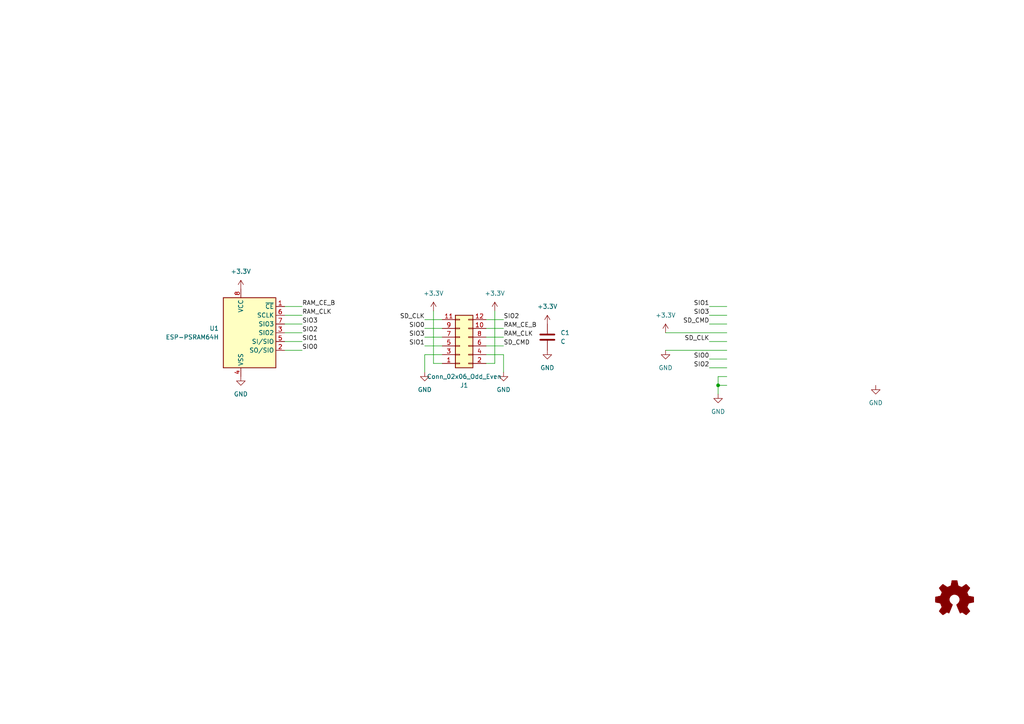
<source format=kicad_sch>
(kicad_sch (version 20231120) (generator "eeschema") (generator_version "8.0")
  (paper "A4")
  (title_block (title "PMOD - PSRAM-SDCARD") (date "2024-02-20") (rev "01"))
  (lib_symbols
    (symbol "Connector_Generic:Conn_02x06_Odd_Even" (pin_names (offset 1.016) hide)
      (property "Reference" "J" (at 1.27 7.62 0))
      (property "Value" "Conn_02x06_Odd_Even" (at 1.27 -10.16 0))
      (symbol "Conn_02x06_Odd_Even_1_1"
        (rectangle (start -1.27 -7.493) (end 0 -7.747) (stroke (width 0.1524)))
        (rectangle (start -1.27 -4.953) (end 0 -5.207) (stroke (width 0.1524)))
        (rectangle (start -1.27 -2.413) (end 0 -2.667) (stroke (width 0.1524)))
        (rectangle (start -1.27 0.127) (end 0 -0.127) (stroke (width 0.1524)))
        (rectangle (start -1.27 2.667) (end 0 2.413) (stroke (width 0.1524)))
        (rectangle (start -1.27 5.207) (end 0 4.953) (stroke (width 0.1524)))
        (rectangle (start -1.27 6.35) (end 3.81 -8.89) (stroke (width 0.254)) (fill (type background)))
        (rectangle (start 3.81 -7.493) (end 2.54 -7.747) (stroke (width 0.1524)))
        (rectangle (start 3.81 -4.953) (end 2.54 -5.207) (stroke (width 0.1524)))
        (rectangle (start 3.81 -2.413) (end 2.54 -2.667) (stroke (width 0.1524)))
        (rectangle (start 3.81 0.127) (end 2.54 -0.127) (stroke (width 0.1524)))
        (rectangle (start 3.81 2.667) (end 2.54 2.413) (stroke (width 0.1524)))
        (rectangle (start 3.81 5.207) (end 2.54 4.953) (stroke (width 0.1524)))
        (pin passive line (at -5.08 5.08 0) (length 3.81) (name "Pin_1") (number "1"))
        (pin passive line (at 7.62 -5.08 180) (length 3.81) (name "Pin_10") (number "10"))
        (pin passive line (at -5.08 -7.62 0) (length 3.81) (name "Pin_11") (number "11"))
        (pin passive line (at 7.62 -7.62 180) (length 3.81) (name "Pin_12") (number "12"))
        (pin passive line (at 7.62 5.08 180) (length 3.81) (name "Pin_2") (number "2"))
        (pin passive line (at -5.08 2.54 0) (length 3.81) (name "Pin_3") (number "3"))
        (pin passive line (at 7.62 2.54 180) (length 3.81) (name "Pin_4") (number "4"))
        (pin passive line (at -5.08 0 0) (length 3.81) (name "Pin_5") (number "5"))
        (pin passive line (at 7.62 0 180) (length 3.81) (name "Pin_6") (number "6"))
        (pin passive line (at -5.08 -2.54 0) (length 3.81) (name "Pin_7") (number "7"))
        (pin passive line (at 7.62 -2.54 180) (length 3.81) (name "Pin_8") (number "8"))
        (pin passive line (at -5.08 -5.08 0) (length 3.81) (name "Pin_9") (number "9"))
      )
    )
    (symbol "Device:C" (pin_numbers hide) (pin_names (offset 0.254))
      (property "Reference" "C" (at 0.635 2.54 0))
      (property "Value" "C" (at 0.635 -2.54 0))
      (symbol "C_0_1"
        (polyline (pts (xy -2.032 -0.762) (xy 2.032 -0.762)) (stroke (width 0.508)))
        (polyline (pts (xy -2.032 0.762) (xy 2.032 0.762)) (stroke (width 0.508)))
      )
      (symbol "C_1_1"
        (pin passive line (at 0 3.81 270) (length 2.794) (name "~") (number "1"))
        (pin passive line (at 0 -3.81 90) (length 2.794) (name "~") (number "2"))
      )
    )
    (symbol "Graphic:Logo_Open_Hardware_Small" (in_bom no) (on_board no)
      (symbol "Logo_Open_Hardware_Small_0_1"
        (polyline (pts (xy 3.3528 -4.3434) (xy 3.302 -4.318) (xy 3.175 -4.2418) (xy 2.9972 -4.1148) (xy 2.7686 -3.9624) (xy 2.54 -3.81) (xy 2.3622 -3.7084) (xy 2.2352 -3.6068) (xy 2.1844 -3.5814) (xy 2.159 -3.6068) (xy 2.0574 -3.6576) (xy 1.905 -3.7338) (xy 1.8034 -3.7846) (xy 1.6764 -3.8354) (xy 1.6002 -3.8354) (xy 1.6002 -3.8354) (xy 1.5494 -3.7338) (xy 1.4732 -3.5306) (xy 1.3462 -3.302) (xy 1.2446 -3.0226) (xy 1.1176 -2.7178) (xy 0.9652 -2.413) (xy 0.8636 -2.1082) (xy 0.7366 -1.8288) (xy 0.6604 -1.6256) (xy 0.6096 -1.4732) (xy 0.5842 -1.397) (xy 0.5842 -1.397) (xy 0.6604 -1.3208) (xy 0.7874 -1.2446) (xy 1.0414 -1.016) (xy 1.2954 -0.6858) (xy 1.4478 -0.3302) (xy 1.524 0.0762) (xy 1.4732 0.4572) (xy 1.3208 0.8128) (xy 1.0668 1.143) (xy 0.762 1.3716) (xy 0.4064 1.524) (xy 0 1.5748) (xy -0.381 1.5494) (xy -0.7366 1.397) (xy -1.0668 1.143) (xy -1.2192 0.9906) (xy -1.397 0.6604) (xy -1.524 0.3048) (xy -1.524 0.2286) (xy -1.4986 -0.1778) (xy -1.397 -0.5334) (xy -1.1938 -0.8636) (xy -0.9144 -1.143) (xy -0.8636 -1.1684) (xy -0.7366 -1.27) (xy -0.635 -1.3462) (xy -0.5842 -1.397) (xy -1.0668 -2.5908) (xy -1.143 -2.794) (xy -1.2954 -3.1242) (xy -1.397 -3.4036) (xy -1.4986 -3.6322) (xy -1.5748 -3.7846) (xy -1.6002 -3.8354) (xy -1.6002 -3.8354) (xy -1.651 -3.8354) (xy -1.7272 -3.81) (xy -1.905 -3.7338) (xy -2.0066 -3.683) (xy -2.1336 -3.6068) (xy -2.2098 -3.5814) (xy -2.2606 -3.6068) (xy -2.3622 -3.683) (xy -2.54 -3.81) (xy -2.7686 -3.9624) (xy -2.9718 -4.0894) (xy -3.1496 -4.2164) (xy -3.302 -4.318) (xy -3.3528 -4.3434) (xy -3.3782 -4.3434) (xy -3.429 -4.318) (xy -3.5306 -4.2164) (xy -3.7084 -4.064) (xy -3.937 -3.8354) (xy -3.9624 -3.81) (xy -4.1656 -3.6068) (xy -4.318 -3.4544) (xy -4.4196 -3.3274) (xy -4.445 -3.2766) (xy -4.445 -3.2766) (xy -4.4196 -3.2258) (xy -4.318 -3.0734) (xy -4.2164 -2.8956) (xy -4.064 -2.667) (xy -3.6576 -2.0828) (xy -3.8862 -1.5494) (xy -3.937 -1.3716) (xy -4.0386 -1.1684) (xy -4.0894 -1.0414) (xy -4.1148 -0.9652) (xy -4.191 -0.9398) (xy -4.318 -0.9144) (xy -4.5466 -0.8636) (xy -4.8006 -0.8128) (xy -5.0546 -0.7874) (xy -5.2578 -0.7366) (xy -5.4356 -0.7112) (xy -5.5118 -0.6858) (xy -5.5118 -0.6858) (xy -5.5372 -0.635) (xy -5.5372 -0.5588) (xy -5.5372 -0.4318) (xy -5.5626 -0.2286) (xy -5.5626 0.0762) (xy -5.5626 0.127) (xy -5.5372 0.4064) (xy -5.5372 0.635) (xy -5.5372 0.762) (xy -5.5372 0.8382) (xy -5.5372 0.8382) (xy -5.461 0.8382) (xy -5.3086 0.889) (xy -5.08 0.9144) (xy -4.826 0.9652) (xy -4.8006 0.9906) (xy -4.5466 1.0414) (xy -4.318 1.0668) (xy -4.1656 1.1176) (xy -4.0894 1.143) (xy -4.0894 1.143) (xy -4.0386 1.2446) (xy -3.9624 1.4224) (xy -3.8608 1.6256) (xy -3.7846 1.8288) (xy -3.7084 2.0066) (xy -3.6576 2.159) (xy -3.6322 2.2098) (xy -3.6322 2.2098) (xy -3.683 2.286) (xy -3.7592 2.413) (xy -3.8862 2.5908) (xy -4.064 2.8194) (xy -4.064 2.8448) (xy -4.2164 3.0734) (xy -4.3434 3.2512) (xy -4.4196 3.3782) (xy -4.445 3.4544) (xy -4.445 3.4544) (xy -4.3942 3.5052) (xy -4.2926 3.6322) (xy -4.1148 3.81) (xy -3.937 4.0132) (xy -3.8608 4.064) (xy -3.6576 4.2926) (xy -3.5052 4.4196) (xy -3.4036 4.4958) (xy -3.3528 4.5212) (xy -3.3528 4.5212) (xy -3.302 4.4704) (xy -3.1496 4.3688) (xy -2.9718 4.2418) (xy -2.7432 4.0894) (xy -2.7178 4.0894) (xy -2.4892 3.937) (xy -2.3114 3.81) (xy -2.1844 3.7084) (xy -2.1336 3.683) (xy -2.1082 3.683) (xy -2.032 3.7084) (xy -1.8542 3.7592) (xy -1.6764 3.8354) (xy -1.4732 3.937) (xy -1.27 4.0132) (xy -1.143 4.064) (xy -1.0668 4.1148) (xy -1.0668 4.1148) (xy -1.0414 4.191) (xy -1.016 4.3434) (xy -0.9652 4.572) (xy -0.9144 4.8514) (xy -0.889 4.9022) (xy -0.8382 5.1562) (xy -0.8128 5.3848) (xy -0.7874 5.5372) (xy -0.762 5.588) (xy -0.7112 5.6134) (xy -0.5842 5.6134) (xy -0.4064 5.6134) (xy -0.1524 5.6134) (xy 0.0762 5.6134) (xy 0.3302 5.6134) (xy 0.5334 5.6134) (xy 0.6858 5.588) (xy 0.7366 5.588) (xy 0.7366 5.588) (xy 0.762 5.5118) (xy 0.8128 5.334) (xy 0.8382 5.1054) (xy 0.9144 4.826) (xy 0.9144 4.7752) (xy 0.9652 4.5212) (xy 1.016 4.2926) (xy 1.0414 4.1402) (xy 1.0668 4.0894) (xy 1.0668 4.0894) (xy 1.1938 4.0386) (xy 1.3716 3.9624) (xy 1.5748 3.8608) (xy 2.0828 3.6576) (xy 2.7178 4.0894) (xy 2.7686 4.1402) (xy 2.9972 4.2926) (xy 3.175 4.4196) (xy 3.302 4.4958) (xy 3.3782 4.5212) (xy 3.3782 4.5212) (xy 3.429 4.4704) (xy 3.556 4.3434) (xy 3.7338 4.191) (xy 3.9116 3.9878) (xy 4.064 3.8354) (xy 4.2418 3.6576) (xy 4.3434 3.556) (xy 4.4196 3.4798) (xy 4.4196 3.429) (xy 4.4196 3.4036) (xy 4.3942 3.3274) (xy 4.2926 3.2004) (xy 4.1656 2.9972) (xy 4.0132 2.794) (xy 3.8862 2.5908) (xy 3.7592 2.3876) (xy 3.6576 2.2352) (xy 3.6322 2.159) (xy 3.6322 2.1336) (xy 3.683 2.0066) (xy 3.7592 1.8288) (xy 3.8608 1.6002) (xy 4.064 1.1176) (xy 4.3942 1.0414) (xy 4.5974 1.016) (xy 4.8768 0.9652) (xy 5.1308 0.9144) (xy 5.5372 0.8382) (xy 5.5626 -0.6604) (xy 5.4864 -0.6858) (xy 5.4356 -0.6858) (xy 5.2832 -0.7366) (xy 5.0546 -0.762) (xy 4.8006 -0.8128) (xy 4.5974 -0.8636) (xy 4.3688 -0.9144) (xy 4.2164 -0.9398) (xy 4.1402 -0.9398) (xy 4.1148 -0.9652) (xy 4.064 -1.0668) (xy 3.9878 -1.2446) (xy 3.9116 -1.4478) (xy 3.81 -1.651) (xy 3.7338 -1.8542) (xy 3.683 -2.0066) (xy 3.6576 -2.0828) (xy 3.683 -2.1336) (xy 3.7846 -2.2606) (xy 3.8862 -2.4638) (xy 4.0386 -2.667) (xy 4.191 -2.8956) (xy 4.318 -3.0734) (xy 4.3942 -3.2004) (xy 4.445 -3.2766) (xy 4.4196 -3.3274) (xy 4.3434 -3.429) (xy 4.1656 -3.5814) (xy 3.937 -3.8354) (xy 3.8862 -3.8608) (xy 3.683 -4.064) (xy 3.5306 -4.2164) (xy 3.4036 -4.318) (xy 3.3528 -4.3434)) (fill (type outline)))
      )
    )
    (symbol "Memory_RAM:ESP-PSRAM32"
      (property "Reference" "U" (at 3.81 11.43 0))
      (property "Value" "ESP-PSRAM32" (at -1.27 -11.43 0))
      (symbol "ESP-PSRAM32_0_1"
        (rectangle (start -7.62 10.16) (end 7.62 -10.16) (stroke (width 0.254)) (fill (type background)))
      )
      (symbol "ESP-PSRAM32_1_1"
        (pin input line (at 10.16 7.62 180) (length 2.54) (name "~{CE}") (number "1"))
        (pin output line (at 10.16 -5.08 180) (length 2.54) (name "SO/SIO") (number "2"))
        (pin bidirectional line (at 10.16 0 180) (length 2.54) (name "SIO2") (number "3"))
        (pin power_in line (at -2.54 -12.7 90) (length 2.54) (name "VSS") (number "4"))
        (pin input line (at 10.16 -2.54 180) (length 2.54) (name "SI/SIO") (number "5"))
        (pin output line (at 10.16 5.08 180) (length 2.54) (name "SCLK") (number "6"))
        (pin bidirectional line (at 10.16 2.54 180) (length 2.54) (name "SIO3") (number "7"))
        (pin power_in line (at -2.54 12.7 270) (length 2.54) (name "VCC") (number "8"))
      )
    )
    (symbol "power:+3.3V" (power) (pin_names (offset 0))
      (property "Value" "+3.3V" (at 0 3.556 0))
      (symbol "+3.3V_0_1"
        (polyline (pts (xy -0.762 1.27) (xy 0 2.54)))
        (polyline (pts (xy 0 0) (xy 0 2.54)))
        (polyline (pts (xy 0 2.54) (xy 0.762 1.27)))
      )
      (symbol "+3.3V_1_1"
        (pin power_in line (at 0 0 90) (length 0) hide (name "+3.3V") (number "1"))
      )
    )
    (symbol "power:GND" (power) (pin_names (offset 0))
      (property "Value" "GND" (at 0 -3.81 0))
      (symbol "GND_0_1"
        (polyline (pts (xy 0 0) (xy 0 -1.27) (xy 1.27 -1.27) (xy 0 -2.54) (xy -1.27 -1.27) (xy 0 -1.27)))
      )
      (symbol "GND_1_1"
        (pin power_in line (at 0 0 270) (length 0) hide (name "GND") (number "1"))
      )
    )
  )
  (junction (at 208.28 111.76))
  (wire (pts (xy 208.28 111.76) (xy 210.82 111.76)))
  (wire (pts (xy 193.04 101.6) (xy 210.82 101.6)))
  (wire (pts (xy 82.55 101.6) (xy 87.63 101.6)))
  (wire (pts (xy 208.28 111.76) (xy 208.28 114.3)))
  (wire (pts (xy 82.55 93.98) (xy 87.63 93.98)))
  (wire (pts (xy 208.28 109.22) (xy 208.28 111.76)))
  (wire (pts (xy 123.19 102.87) (xy 123.19 107.95)))
  (wire (pts (xy 128.27 100.33) (xy 123.19 100.33)))
  (wire (pts (xy 146.05 102.87) (xy 146.05 107.95)))
  (wire (pts (xy 205.74 99.06) (xy 210.82 99.06)))
  (wire (pts (xy 128.27 102.87) (xy 123.19 102.87)))
  (wire (pts (xy 82.55 96.52) (xy 87.63 96.52)))
  (wire (pts (xy 140.97 95.25) (xy 146.05 95.25)))
  (wire (pts (xy 208.28 109.22) (xy 210.82 109.22)))
  (wire (pts (xy 123.19 95.25) (xy 128.27 95.25)))
  (wire (pts (xy 140.97 102.87) (xy 146.05 102.87)))
  (wire (pts (xy 125.73 90.17) (xy 125.73 105.41)))
  (wire (pts (xy 205.74 106.68) (xy 210.82 106.68)))
  (wire (pts (xy 82.55 91.44) (xy 87.63 91.44)))
  (wire (pts (xy 128.27 105.41) (xy 125.73 105.41)))
  (wire (pts (xy 82.55 99.06) (xy 87.63 99.06)))
  (wire (pts (xy 193.04 96.52) (xy 210.82 96.52)))
  (wire (pts (xy 143.51 90.17) (xy 143.51 105.41)))
  (wire (pts (xy 128.27 97.79) (xy 123.19 97.79)))
  (wire (pts (xy 210.82 104.14) (xy 205.74 104.14)))
  (wire (pts (xy 210.82 88.9) (xy 205.74 88.9)))
  (wire (pts (xy 140.97 92.71) (xy 146.05 92.71)))
  (wire (pts (xy 143.51 105.41) (xy 140.97 105.41)))
  (wire (pts (xy 82.55 88.9) (xy 87.63 88.9)))
  (wire (pts (xy 205.74 93.98) (xy 210.82 93.98)))
  (wire (pts (xy 140.97 100.33) (xy 146.05 100.33)))
  (wire (pts (xy 210.82 91.44) (xy 205.74 91.44)))
  (wire (pts (xy 123.19 92.71) (xy 128.27 92.71)))
  (wire (pts (xy 140.97 97.79) (xy 146.05 97.79)))
  (label "SD_CLK" (at 123.19 92.71 180))
  (label "RAM_CE_B" (at 146.05 95.25 0))
  (label "SIO0" (at 205.74 104.14 180))
  (label "SIO3" (at 87.63 93.98 0))
  (label "SIO3" (at 123.19 97.79 180))
  (label "SIO0" (at 123.19 95.25 180))
  (label "SIO2" (at 87.63 96.52 0))
  (label "RAM_CE_B" (at 87.63 88.9 0))
  (label "SIO1" (at 123.19 100.33 180))
  (label "SIO2" (at 205.74 106.68 180))
  (label "SIO1" (at 205.74 88.9 180))
  (label "SIO2" (at 146.05 92.71 0))
  (label "SD_CMD" (at 146.05 100.33 0))
  (label "SIO0" (at 87.63 101.6 0))
  (label "SD_CLK" (at 205.74 99.06 180))
  (label "SIO3" (at 205.74 91.44 180))
  (label "SD_CMD" (at 205.74 93.98 180))
  (label "SIO1" (at 87.63 99.06 0))
  (label "RAM_CLK" (at 146.05 97.79 0))
  (label "RAM_CLK" (at 87.63 91.44 0))
  (symbol (lib_id "Graphic:Logo_Open_Hardware_Small") (at 276.86 173.99 0) (unit 1) (in_bom no) (on_board no)
    (property "Reference" "#SYM1" (effects (hide yes)))
    (property "Value" "Logo_Open_Hardware_Small" (effects (hide yes)))
    (property "Description" "Open Hardware logo, small" (effects (hide yes)))
    (property "Sim.Enable" "0" (effects (hide yes)))
  )
  (symbol (lib_id "power:GND") (at 193.04 101.6 0) (unit 1)
    (property "Reference" "#PWR09" (effects (hide yes)))
    (property "Value" "GND" (at 193.04 106.68 0))
    (property "Description" "Power symbol creates a global label with name \"GND\" , ground" (effects (hide yes)))
  )
  (symbol (lib_id "power:+3.3V") (at 125.73 90.17 0) (unit 1)
    (property "Reference" "#PWR07" (effects (hide yes)))
    (property "Value" "+3.3V" (at 125.73 85.09 0))
    (property "Description" "Power symbol creates a global label with name \"+3.3V\"" (effects (hide yes)))
  )
  (symbol (lib_id "power:GND") (at 123.19 107.95 0) (unit 1)
    (property "Reference" "#PWR05" (effects (hide yes)))
    (property "Value" "GND" (at 123.19 113.03 0))
    (property "Description" "Power symbol creates a global label with name \"GND\" , ground" (effects (hide yes)))
  )
  (symbol (lib_id "Connector_Generic:Conn_02x06_Odd_Even") (at 133.35 100.33 0) (mirror x) (unit 1)
    (property "Reference" "J1" (at 134.62 111.76 0))
    (property "Value" "Conn_02x06_Odd_Even" (at 134.62 109.22 0))
    (property "Footprint" "Connector_PinHeader_2.54mm:PinHeader_2x06_P2.54mm_Horizontal" (effects (hide yes)))
    (property "Description" "Generic connector, double row, 02x06, odd/even pin numbering scheme (row 1 odd numbers, row 2 even numbers), script generated (kicad-library-utils/schlib/autogen/connector/)" (effects (hide yes)))
  )
  (symbol (lib_id "power:GND") (at 208.28 114.3 0) (unit 1)
    (property "Reference" "#PWR012" (effects (hide yes)))
    (property "Value" "GND" (at 208.28 119.38 0))
    (property "Description" "Power symbol creates a global label with name \"GND\" , ground" (effects (hide yes)))
  )
  (symbol (lib_id "power:GND") (at 158.75 101.6 0) (unit 1)
    (property "Reference" "#PWR011" (effects (hide yes)))
    (property "Value" "GND" (at 158.75 106.68 0))
    (property "Description" "Power symbol creates a global label with name \"GND\" , ground" (effects (hide yes)))
  )
  (symbol (lib_id "power:GND") (at 69.85 109.22 0) (unit 1)
    (property "Reference" "#PWR01" (effects (hide yes)))
    (property "Value" "GND" (at 69.85 114.3 0))
    (property "Description" "Power symbol creates a global label with name \"GND\" , ground" (effects (hide yes)))
  )
  (symbol (lib_id "Device:C") (at 158.75 97.79 0) (unit 1)
    (property "Reference" "C1" (at 162.56 96.5199 0) (effects (justify left)))
    (property "Value" "C" (at 162.56 99.0599 0) (effects (justify left)))
    (property "Footprint" "Capacitor_SMD:C_0402_1005Metric" (effects (hide yes)))
    (property "Description" "Unpolarized capacitor" (effects (hide yes)))
  )
  (symbol (lib_id "power:+3.3V") (at 193.04 96.52 0) (unit 1)
    (property "Reference" "#PWR03" (effects (hide yes)))
    (property "Value" "+3.3V" (at 193.04 91.44 0))
    (property "Description" "Power symbol creates a global label with name \"+3.3V\"" (effects (hide yes)))
  )
  (symbol (lib_id "power:+3.3V") (at 143.51 90.17 0) (unit 1)
    (property "Reference" "#PWR08" (effects (hide yes)))
    (property "Value" "+3.3V" (at 143.51 85.09 0))
    (property "Description" "Power symbol creates a global label with name \"+3.3V\"" (effects (hide yes)))
  )
  (symbol (lib_id "power:+3.3V") (at 158.75 93.98 0) (unit 1)
    (property "Reference" "#PWR010" (effects (hide yes)))
    (property "Value" "+3.3V" (at 158.75 88.9 0))
    (property "Description" "Power symbol creates a global label with name \"+3.3V\"" (effects (hide yes)))
  )
  (symbol (lib_id "power:+3.3V") (at 69.85 83.82 0) (unit 1)
    (property "Reference" "#PWR02" (effects (hide yes)))
    (property "Value" "+3.3V" (at 69.85 78.74 0))
    (property "Description" "Power symbol creates a global label with name \"+3.3V\"" (effects (hide yes)))
  )
  (symbol (lib_id "Memory_RAM:ESP-PSRAM32") (at 72.39 96.52 0) (unit 1)
    (property "Reference" "U1" (at 63.5 95.2499 0) (effects (justify right)))
    (property "Value" "ESP-PSRAM64H" (at 63.5 97.7899 0) (effects (justify right)))
    (property "Footprint" "Package_SO:SOIC-8_3.9x4.9mm_P1.27mm" (effects (hide yes)))
    (property "Datasheet" "https://cdn-shop.adafruit.com/product-files/4677/4677_esp-psram64_esp-psram64h_datasheet_en.pdf" (effects (hide yes)))
    (property "Description" "64 Mbit serial pseudo SRAM device organized as 8Mx8 bits, 3.3 VCC, SOIC8 (SOP8)" (effects (hide yes)))
    (property "DK" "1528-4677-ND" (effects (hide yes)))
  )
  (symbol (lib_id "power:GND") (at 146.05 107.95 0) (unit 1)
    (property "Reference" "#PWR06" (effects (hide yes)))
    (property "Value" "GND" (at 146.05 113.03 0))
    (property "Description" "Power symbol creates a global label with name \"GND\" , ground" (effects (hide yes)))
  )
  (symbol (lib_id "power:GND") (at 254 111.76 0) (unit 1)
    (property "Reference" "#PWR04" (effects (hide yes)))
    (property "Value" "GND" (at 254 116.84 0))
    (property "Description" "Power symbol creates a global label with name \"GND\" , ground" (effects (hide yes)))
  )
)
</source>
